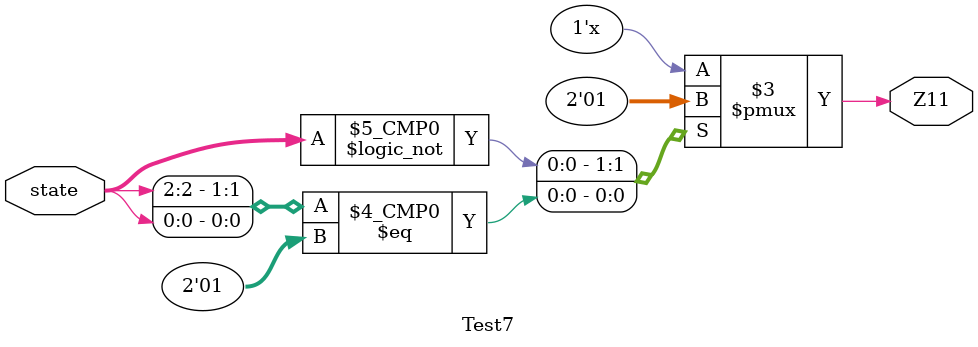
<source format=v>
module Test7(input [2:0] state, output reg Z11);
   always @(*) begin
      casez (state)
	3'b000:  Z11 = 1'b0;
	3'b0?1:  Z11 = 1'b1;
	default: Z11 = 1'bx;
      endcase
   end
endmodule
</source>
